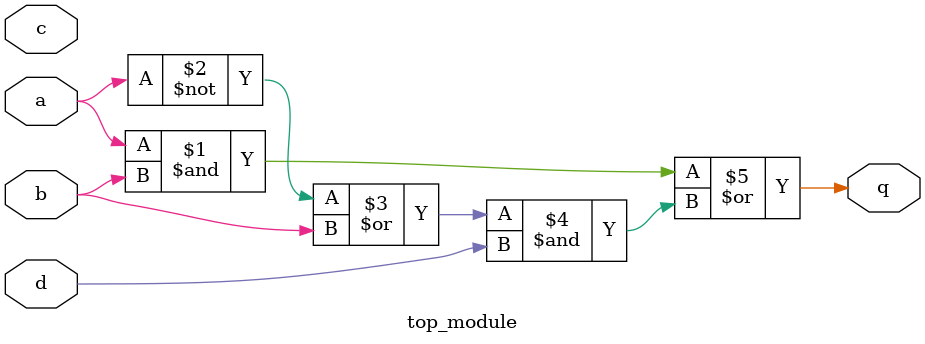
<source format=sv>
module top_module (
	input a, 
	input b, 
	input c, 
	input d,
	output q
);

assign q = (a & b) | ((~a | b) & d);

endmodule

</source>
